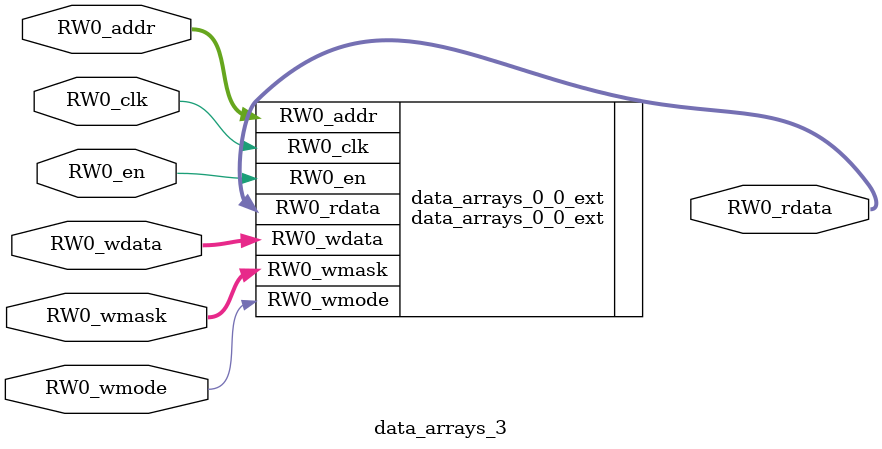
<source format=sv>
`ifndef RANDOMIZE
  `ifdef RANDOMIZE_REG_INIT
    `define RANDOMIZE
  `endif // RANDOMIZE_REG_INIT
`endif // not def RANDOMIZE
`ifndef RANDOMIZE
  `ifdef RANDOMIZE_MEM_INIT
    `define RANDOMIZE
  `endif // RANDOMIZE_MEM_INIT
`endif // not def RANDOMIZE

`ifndef RANDOM
  `define RANDOM $random
`endif // not def RANDOM

// Users can define 'PRINTF_COND' to add an extra gate to prints.
`ifndef PRINTF_COND_
  `ifdef PRINTF_COND
    `define PRINTF_COND_ (`PRINTF_COND)
  `else  // PRINTF_COND
    `define PRINTF_COND_ 1
  `endif // PRINTF_COND
`endif // not def PRINTF_COND_

// Users can define 'ASSERT_VERBOSE_COND' to add an extra gate to assert error printing.
`ifndef ASSERT_VERBOSE_COND_
  `ifdef ASSERT_VERBOSE_COND
    `define ASSERT_VERBOSE_COND_ (`ASSERT_VERBOSE_COND)
  `else  // ASSERT_VERBOSE_COND
    `define ASSERT_VERBOSE_COND_ 1
  `endif // ASSERT_VERBOSE_COND
`endif // not def ASSERT_VERBOSE_COND_

// Users can define 'STOP_COND' to add an extra gate to stop conditions.
`ifndef STOP_COND_
  `ifdef STOP_COND
    `define STOP_COND_ (`STOP_COND)
  `else  // STOP_COND
    `define STOP_COND_ 1
  `endif // STOP_COND
`endif // not def STOP_COND_

// Users can define INIT_RANDOM as general code that gets injected into the
// initializer block for modules with registers.
`ifndef INIT_RANDOM
  `define INIT_RANDOM
`endif // not def INIT_RANDOM

// If using random initialization, you can also define RANDOMIZE_DELAY to
// customize the delay used, otherwise 0.002 is used.
`ifndef RANDOMIZE_DELAY
  `define RANDOMIZE_DELAY 0.002
`endif // not def RANDOMIZE_DELAY

// Define INIT_RANDOM_PROLOG_ for use in our modules below.
`ifndef INIT_RANDOM_PROLOG_
  `ifdef RANDOMIZE
    `ifdef VERILATOR
      `define INIT_RANDOM_PROLOG_ `INIT_RANDOM
    `else  // VERILATOR
      `define INIT_RANDOM_PROLOG_ `INIT_RANDOM #`RANDOMIZE_DELAY begin end
    `endif // VERILATOR
  `else  // RANDOMIZE
    `define INIT_RANDOM_PROLOG_
  `endif // RANDOMIZE
`endif // not def INIT_RANDOM_PROLOG_

module data_arrays_3(	// @[DescribedSRAM.scala:17:26]
  input  [7:0]   RW0_addr,
  input          RW0_en,
                 RW0_clk,
                 RW0_wmode,
  input  [127:0] RW0_wdata,
  input  [3:0]   RW0_wmask,
  output [127:0] RW0_rdata
);

  data_arrays_0_0_ext data_arrays_0_0_ext (	// @[DescribedSRAM.scala:17:26]
    .RW0_addr  (RW0_addr),
    .RW0_en    (RW0_en),
    .RW0_clk   (RW0_clk),
    .RW0_wmode (RW0_wmode),
    .RW0_wdata (RW0_wdata),
    .RW0_wmask (RW0_wmask),
    .RW0_rdata (RW0_rdata)
  );
endmodule


</source>
